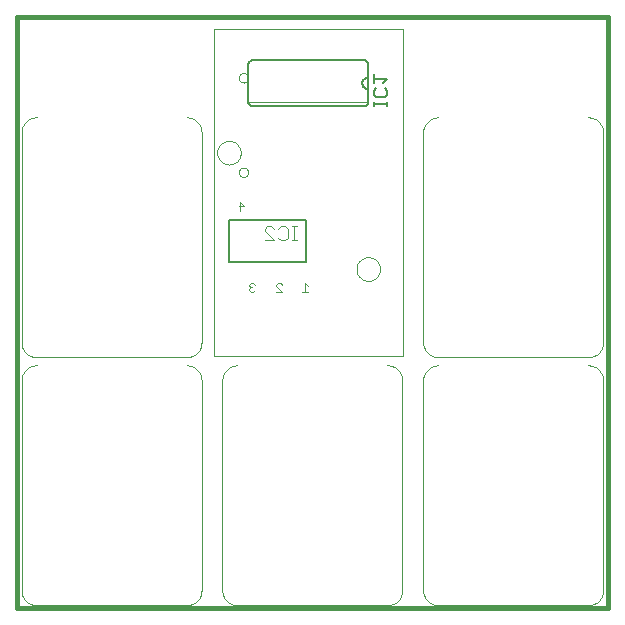
<source format=gbo>
G75*
G70*
%OFA0B0*%
%FSLAX24Y24*%
%IPPOS*%
%LPD*%
%AMOC8*
5,1,8,0,0,1.08239X$1,22.5*
%
%ADD10C,0.0160*%
%ADD11C,0.0000*%
%ADD12C,0.0060*%
%ADD13C,0.0020*%
%ADD14C,0.0050*%
%ADD15C,0.0080*%
%ADD16C,0.0040*%
D10*
X000180Y000180D02*
X000180Y019865D01*
X019865Y019865D01*
X019865Y000180D01*
X000180Y000180D01*
D11*
X000322Y000759D02*
X000322Y007759D01*
X000324Y007803D01*
X000330Y007846D01*
X000339Y007888D01*
X000352Y007930D01*
X000369Y007970D01*
X000389Y008009D01*
X000412Y008046D01*
X000439Y008080D01*
X000468Y008113D01*
X000501Y008142D01*
X000535Y008169D01*
X000572Y008192D01*
X000611Y008212D01*
X000651Y008229D01*
X000693Y008242D01*
X000735Y008251D01*
X000778Y008257D01*
X000822Y008259D01*
X000822Y008526D02*
X005822Y008526D01*
X005866Y008528D01*
X005909Y008534D01*
X005951Y008543D01*
X005993Y008556D01*
X006033Y008573D01*
X006072Y008593D01*
X006109Y008616D01*
X006143Y008643D01*
X006176Y008672D01*
X006205Y008705D01*
X006232Y008739D01*
X006255Y008776D01*
X006275Y008815D01*
X006292Y008855D01*
X006305Y008897D01*
X006314Y008939D01*
X006320Y008982D01*
X006322Y009026D01*
X006322Y016026D01*
X006320Y016070D01*
X006314Y016113D01*
X006305Y016155D01*
X006292Y016197D01*
X006275Y016237D01*
X006255Y016276D01*
X006232Y016313D01*
X006205Y016347D01*
X006176Y016380D01*
X006143Y016409D01*
X006109Y016436D01*
X006072Y016459D01*
X006033Y016479D01*
X005993Y016496D01*
X005951Y016509D01*
X005909Y016518D01*
X005866Y016524D01*
X005822Y016526D01*
X006843Y015347D02*
X006845Y015386D01*
X006851Y015425D01*
X006861Y015463D01*
X006874Y015500D01*
X006891Y015535D01*
X006911Y015569D01*
X006935Y015600D01*
X006962Y015629D01*
X006991Y015655D01*
X007023Y015678D01*
X007057Y015698D01*
X007093Y015714D01*
X007130Y015726D01*
X007169Y015735D01*
X007208Y015740D01*
X007247Y015741D01*
X007286Y015738D01*
X007325Y015731D01*
X007362Y015720D01*
X007399Y015706D01*
X007434Y015688D01*
X007467Y015667D01*
X007498Y015642D01*
X007526Y015615D01*
X007551Y015585D01*
X007573Y015552D01*
X007592Y015518D01*
X007607Y015482D01*
X007619Y015444D01*
X007627Y015406D01*
X007631Y015367D01*
X007631Y015327D01*
X007627Y015288D01*
X007619Y015250D01*
X007607Y015212D01*
X007592Y015176D01*
X007573Y015142D01*
X007551Y015109D01*
X007526Y015079D01*
X007498Y015052D01*
X007467Y015027D01*
X007434Y015006D01*
X007399Y014988D01*
X007362Y014974D01*
X007325Y014963D01*
X007286Y014956D01*
X007247Y014953D01*
X007208Y014954D01*
X007169Y014959D01*
X007130Y014968D01*
X007093Y014980D01*
X007057Y014996D01*
X007023Y015016D01*
X006991Y015039D01*
X006962Y015065D01*
X006935Y015094D01*
X006911Y015125D01*
X006891Y015159D01*
X006874Y015194D01*
X006861Y015231D01*
X006851Y015269D01*
X006845Y015308D01*
X006843Y015347D01*
X007564Y014694D02*
X007566Y014719D01*
X007572Y014743D01*
X007581Y014765D01*
X007594Y014786D01*
X007610Y014805D01*
X007629Y014821D01*
X007650Y014834D01*
X007672Y014843D01*
X007696Y014849D01*
X007721Y014851D01*
X007746Y014849D01*
X007770Y014843D01*
X007792Y014834D01*
X007813Y014821D01*
X007832Y014805D01*
X007848Y014786D01*
X007861Y014765D01*
X007870Y014743D01*
X007876Y014719D01*
X007878Y014694D01*
X007876Y014669D01*
X007870Y014645D01*
X007861Y014623D01*
X007848Y014602D01*
X007832Y014583D01*
X007813Y014567D01*
X007792Y014554D01*
X007770Y014545D01*
X007746Y014539D01*
X007721Y014537D01*
X007696Y014539D01*
X007672Y014545D01*
X007650Y014554D01*
X007629Y014567D01*
X007610Y014583D01*
X007594Y014602D01*
X007581Y014623D01*
X007572Y014645D01*
X007566Y014669D01*
X007564Y014694D01*
X007564Y017843D02*
X007566Y017868D01*
X007572Y017892D01*
X007581Y017914D01*
X007594Y017935D01*
X007610Y017954D01*
X007629Y017970D01*
X007650Y017983D01*
X007672Y017992D01*
X007696Y017998D01*
X007721Y018000D01*
X007746Y017998D01*
X007770Y017992D01*
X007792Y017983D01*
X007813Y017970D01*
X007832Y017954D01*
X007848Y017935D01*
X007861Y017914D01*
X007870Y017892D01*
X007876Y017868D01*
X007878Y017843D01*
X007876Y017818D01*
X007870Y017794D01*
X007861Y017772D01*
X007848Y017751D01*
X007832Y017732D01*
X007813Y017716D01*
X007792Y017703D01*
X007770Y017694D01*
X007746Y017688D01*
X007721Y017686D01*
X007696Y017688D01*
X007672Y017694D01*
X007650Y017703D01*
X007629Y017716D01*
X007610Y017732D01*
X007594Y017751D01*
X007581Y017772D01*
X007572Y017794D01*
X007566Y017818D01*
X007564Y017843D01*
X006745Y019481D02*
X013044Y019481D01*
X013044Y008556D01*
X006745Y008556D01*
X006745Y019481D01*
X000822Y016526D02*
X000778Y016524D01*
X000735Y016518D01*
X000693Y016509D01*
X000651Y016496D01*
X000611Y016479D01*
X000572Y016459D01*
X000535Y016436D01*
X000501Y016409D01*
X000468Y016380D01*
X000439Y016347D01*
X000412Y016313D01*
X000389Y016276D01*
X000369Y016237D01*
X000352Y016197D01*
X000339Y016155D01*
X000330Y016113D01*
X000324Y016070D01*
X000322Y016026D01*
X000322Y009026D01*
X000324Y008982D01*
X000330Y008939D01*
X000339Y008897D01*
X000352Y008855D01*
X000369Y008815D01*
X000389Y008776D01*
X000412Y008739D01*
X000439Y008705D01*
X000468Y008672D01*
X000501Y008643D01*
X000535Y008616D01*
X000572Y008593D01*
X000611Y008573D01*
X000651Y008556D01*
X000693Y008543D01*
X000735Y008534D01*
X000778Y008528D01*
X000822Y008526D01*
X005822Y008259D02*
X005866Y008257D01*
X005909Y008251D01*
X005951Y008242D01*
X005993Y008229D01*
X006033Y008212D01*
X006072Y008192D01*
X006109Y008169D01*
X006143Y008142D01*
X006176Y008113D01*
X006205Y008080D01*
X006232Y008046D01*
X006255Y008009D01*
X006275Y007970D01*
X006292Y007930D01*
X006305Y007888D01*
X006314Y007846D01*
X006320Y007803D01*
X006322Y007759D01*
X006322Y000759D01*
X006320Y000715D01*
X006314Y000672D01*
X006305Y000630D01*
X006292Y000588D01*
X006275Y000548D01*
X006255Y000509D01*
X006232Y000472D01*
X006205Y000438D01*
X006176Y000405D01*
X006143Y000376D01*
X006109Y000349D01*
X006072Y000326D01*
X006033Y000306D01*
X005993Y000289D01*
X005951Y000276D01*
X005909Y000267D01*
X005866Y000261D01*
X005822Y000259D01*
X000822Y000259D01*
X000778Y000261D01*
X000735Y000267D01*
X000693Y000276D01*
X000651Y000289D01*
X000611Y000306D01*
X000572Y000326D01*
X000535Y000349D01*
X000501Y000376D01*
X000468Y000405D01*
X000439Y000438D01*
X000412Y000472D01*
X000389Y000509D01*
X000369Y000548D01*
X000352Y000588D01*
X000339Y000630D01*
X000330Y000672D01*
X000324Y000715D01*
X000322Y000759D01*
X007015Y000759D02*
X007015Y007759D01*
X007017Y007803D01*
X007023Y007846D01*
X007032Y007888D01*
X007045Y007930D01*
X007062Y007970D01*
X007082Y008009D01*
X007105Y008046D01*
X007132Y008080D01*
X007161Y008113D01*
X007194Y008142D01*
X007228Y008169D01*
X007265Y008192D01*
X007304Y008212D01*
X007344Y008229D01*
X007386Y008242D01*
X007428Y008251D01*
X007471Y008257D01*
X007515Y008259D01*
X011489Y011469D02*
X011491Y011508D01*
X011497Y011547D01*
X011507Y011585D01*
X011520Y011622D01*
X011537Y011657D01*
X011557Y011691D01*
X011581Y011722D01*
X011608Y011751D01*
X011637Y011777D01*
X011669Y011800D01*
X011703Y011820D01*
X011739Y011836D01*
X011776Y011848D01*
X011815Y011857D01*
X011854Y011862D01*
X011893Y011863D01*
X011932Y011860D01*
X011971Y011853D01*
X012008Y011842D01*
X012045Y011828D01*
X012080Y011810D01*
X012113Y011789D01*
X012144Y011764D01*
X012172Y011737D01*
X012197Y011707D01*
X012219Y011674D01*
X012238Y011640D01*
X012253Y011604D01*
X012265Y011566D01*
X012273Y011528D01*
X012277Y011489D01*
X012277Y011449D01*
X012273Y011410D01*
X012265Y011372D01*
X012253Y011334D01*
X012238Y011298D01*
X012219Y011264D01*
X012197Y011231D01*
X012172Y011201D01*
X012144Y011174D01*
X012113Y011149D01*
X012080Y011128D01*
X012045Y011110D01*
X012008Y011096D01*
X011971Y011085D01*
X011932Y011078D01*
X011893Y011075D01*
X011854Y011076D01*
X011815Y011081D01*
X011776Y011090D01*
X011739Y011102D01*
X011703Y011118D01*
X011669Y011138D01*
X011637Y011161D01*
X011608Y011187D01*
X011581Y011216D01*
X011557Y011247D01*
X011537Y011281D01*
X011520Y011316D01*
X011507Y011353D01*
X011497Y011391D01*
X011491Y011430D01*
X011489Y011469D01*
X013708Y009026D02*
X013708Y016026D01*
X013710Y016070D01*
X013716Y016113D01*
X013725Y016155D01*
X013738Y016197D01*
X013755Y016237D01*
X013775Y016276D01*
X013798Y016313D01*
X013825Y016347D01*
X013854Y016380D01*
X013887Y016409D01*
X013921Y016436D01*
X013958Y016459D01*
X013997Y016479D01*
X014037Y016496D01*
X014079Y016509D01*
X014121Y016518D01*
X014164Y016524D01*
X014208Y016526D01*
X019208Y016526D02*
X019252Y016524D01*
X019295Y016518D01*
X019337Y016509D01*
X019379Y016496D01*
X019419Y016479D01*
X019458Y016459D01*
X019495Y016436D01*
X019529Y016409D01*
X019562Y016380D01*
X019591Y016347D01*
X019618Y016313D01*
X019641Y016276D01*
X019661Y016237D01*
X019678Y016197D01*
X019691Y016155D01*
X019700Y016113D01*
X019706Y016070D01*
X019708Y016026D01*
X019708Y009026D01*
X019706Y008982D01*
X019700Y008939D01*
X019691Y008897D01*
X019678Y008855D01*
X019661Y008815D01*
X019641Y008776D01*
X019618Y008739D01*
X019591Y008705D01*
X019562Y008672D01*
X019529Y008643D01*
X019495Y008616D01*
X019458Y008593D01*
X019419Y008573D01*
X019379Y008556D01*
X019337Y008543D01*
X019295Y008534D01*
X019252Y008528D01*
X019208Y008526D01*
X014208Y008526D01*
X014164Y008528D01*
X014121Y008534D01*
X014079Y008543D01*
X014037Y008556D01*
X013997Y008573D01*
X013958Y008593D01*
X013921Y008616D01*
X013887Y008643D01*
X013854Y008672D01*
X013825Y008705D01*
X013798Y008739D01*
X013775Y008776D01*
X013755Y008815D01*
X013738Y008855D01*
X013725Y008897D01*
X013716Y008939D01*
X013710Y008982D01*
X013708Y009026D01*
X013708Y007759D02*
X013708Y000759D01*
X013710Y000715D01*
X013716Y000672D01*
X013725Y000630D01*
X013738Y000588D01*
X013755Y000548D01*
X013775Y000509D01*
X013798Y000472D01*
X013825Y000438D01*
X013854Y000405D01*
X013887Y000376D01*
X013921Y000349D01*
X013958Y000326D01*
X013997Y000306D01*
X014037Y000289D01*
X014079Y000276D01*
X014121Y000267D01*
X014164Y000261D01*
X014208Y000259D01*
X019208Y000259D01*
X019252Y000261D01*
X019295Y000267D01*
X019337Y000276D01*
X019379Y000289D01*
X019419Y000306D01*
X019458Y000326D01*
X019495Y000349D01*
X019529Y000376D01*
X019562Y000405D01*
X019591Y000438D01*
X019618Y000472D01*
X019641Y000509D01*
X019661Y000548D01*
X019678Y000588D01*
X019691Y000630D01*
X019700Y000672D01*
X019706Y000715D01*
X019708Y000759D01*
X019708Y007759D01*
X019706Y007803D01*
X019700Y007846D01*
X019691Y007888D01*
X019678Y007930D01*
X019661Y007970D01*
X019641Y008009D01*
X019618Y008046D01*
X019591Y008080D01*
X019562Y008113D01*
X019529Y008142D01*
X019495Y008169D01*
X019458Y008192D01*
X019419Y008212D01*
X019379Y008229D01*
X019337Y008242D01*
X019295Y008251D01*
X019252Y008257D01*
X019208Y008259D01*
X014208Y008259D02*
X014164Y008257D01*
X014121Y008251D01*
X014079Y008242D01*
X014037Y008229D01*
X013997Y008212D01*
X013958Y008192D01*
X013921Y008169D01*
X013887Y008142D01*
X013854Y008113D01*
X013825Y008080D01*
X013798Y008046D01*
X013775Y008009D01*
X013755Y007970D01*
X013738Y007930D01*
X013725Y007888D01*
X013716Y007846D01*
X013710Y007803D01*
X013708Y007759D01*
X013015Y007759D02*
X013015Y000759D01*
X013013Y000715D01*
X013007Y000672D01*
X012998Y000630D01*
X012985Y000588D01*
X012968Y000548D01*
X012948Y000509D01*
X012925Y000472D01*
X012898Y000438D01*
X012869Y000405D01*
X012836Y000376D01*
X012802Y000349D01*
X012765Y000326D01*
X012726Y000306D01*
X012686Y000289D01*
X012644Y000276D01*
X012602Y000267D01*
X012559Y000261D01*
X012515Y000259D01*
X007515Y000259D01*
X007471Y000261D01*
X007428Y000267D01*
X007386Y000276D01*
X007344Y000289D01*
X007304Y000306D01*
X007265Y000326D01*
X007228Y000349D01*
X007194Y000376D01*
X007161Y000405D01*
X007132Y000438D01*
X007105Y000472D01*
X007082Y000509D01*
X007062Y000548D01*
X007045Y000588D01*
X007032Y000630D01*
X007023Y000672D01*
X007017Y000715D01*
X007015Y000759D01*
X013015Y007759D02*
X013013Y007803D01*
X013007Y007846D01*
X012998Y007888D01*
X012985Y007930D01*
X012968Y007970D01*
X012948Y008009D01*
X012925Y008046D01*
X012898Y008080D01*
X012869Y008113D01*
X012836Y008142D01*
X012802Y008169D01*
X012765Y008192D01*
X012726Y008212D01*
X012686Y008229D01*
X012644Y008242D01*
X012602Y008251D01*
X012559Y008257D01*
X012515Y008259D01*
D12*
X011731Y016892D02*
X008031Y016892D01*
X008008Y016894D01*
X007985Y016899D01*
X007963Y016908D01*
X007943Y016921D01*
X007925Y016936D01*
X007910Y016954D01*
X007897Y016974D01*
X007888Y016996D01*
X007883Y017019D01*
X007881Y017042D01*
X007881Y018282D01*
X007883Y018305D01*
X007888Y018328D01*
X007897Y018350D01*
X007910Y018370D01*
X007925Y018388D01*
X007943Y018403D01*
X007963Y018416D01*
X007985Y018425D01*
X008008Y018430D01*
X008031Y018432D01*
X011731Y018432D01*
X011754Y018430D01*
X011777Y018425D01*
X011799Y018416D01*
X011819Y018403D01*
X011837Y018388D01*
X011852Y018370D01*
X011865Y018350D01*
X011874Y018328D01*
X011879Y018305D01*
X011881Y018282D01*
X011881Y017862D01*
X011881Y017462D01*
X011881Y017042D01*
X011879Y017019D01*
X011874Y016996D01*
X011865Y016974D01*
X011852Y016954D01*
X011837Y016936D01*
X011819Y016921D01*
X011799Y016908D01*
X011777Y016899D01*
X011754Y016894D01*
X011731Y016892D01*
X011881Y017462D02*
X011854Y017464D01*
X011827Y017469D01*
X011801Y017479D01*
X011777Y017491D01*
X011755Y017507D01*
X011735Y017525D01*
X011718Y017547D01*
X011703Y017570D01*
X011693Y017595D01*
X011685Y017621D01*
X011681Y017648D01*
X011681Y017676D01*
X011685Y017703D01*
X011693Y017729D01*
X011703Y017754D01*
X011718Y017777D01*
X011735Y017799D01*
X011755Y017817D01*
X011777Y017833D01*
X011801Y017845D01*
X011827Y017855D01*
X011854Y017860D01*
X011881Y017862D01*
D13*
X011881Y017032D02*
X007881Y017032D01*
D14*
X012056Y017037D02*
X012056Y016887D01*
X012056Y016962D02*
X012506Y016962D01*
X012506Y016887D02*
X012506Y017037D01*
X012431Y017194D02*
X012131Y017194D01*
X012056Y017269D01*
X012056Y017419D01*
X012131Y017494D01*
X012056Y017655D02*
X012056Y017955D01*
X012056Y017805D02*
X012506Y017805D01*
X012356Y017655D01*
X012431Y017494D02*
X012506Y017419D01*
X012506Y017269D01*
X012431Y017194D01*
D15*
X009807Y013095D02*
X007227Y013095D01*
X007227Y011695D01*
X009807Y011695D01*
X009807Y013095D01*
D16*
X009497Y012895D02*
X009343Y012895D01*
X009420Y012895D02*
X009420Y012435D01*
X009497Y012435D02*
X009343Y012435D01*
X009190Y012511D02*
X009113Y012435D01*
X008959Y012435D01*
X008883Y012511D01*
X008729Y012435D02*
X008422Y012741D01*
X008422Y012818D01*
X008499Y012895D01*
X008653Y012895D01*
X008729Y012818D01*
X008883Y012818D02*
X008959Y012895D01*
X009113Y012895D01*
X009190Y012818D01*
X009190Y012511D01*
X008729Y012435D02*
X008422Y012435D01*
X007606Y013415D02*
X007606Y013695D01*
X007747Y013555D01*
X007560Y013555D01*
X007955Y010995D02*
X007908Y010948D01*
X007908Y010901D01*
X007955Y010855D01*
X007908Y010808D01*
X007908Y010761D01*
X007955Y010715D01*
X008048Y010715D01*
X008095Y010761D01*
X008001Y010855D02*
X007955Y010855D01*
X007955Y010995D02*
X008048Y010995D01*
X008095Y010948D01*
X008818Y010944D02*
X008865Y010991D01*
X008958Y010991D01*
X009005Y010944D01*
X008818Y010944D02*
X008818Y010898D01*
X009005Y010711D01*
X008818Y010711D01*
X009669Y010715D02*
X009856Y010715D01*
X009762Y010715D02*
X009762Y010995D01*
X009856Y010901D01*
M02*

</source>
